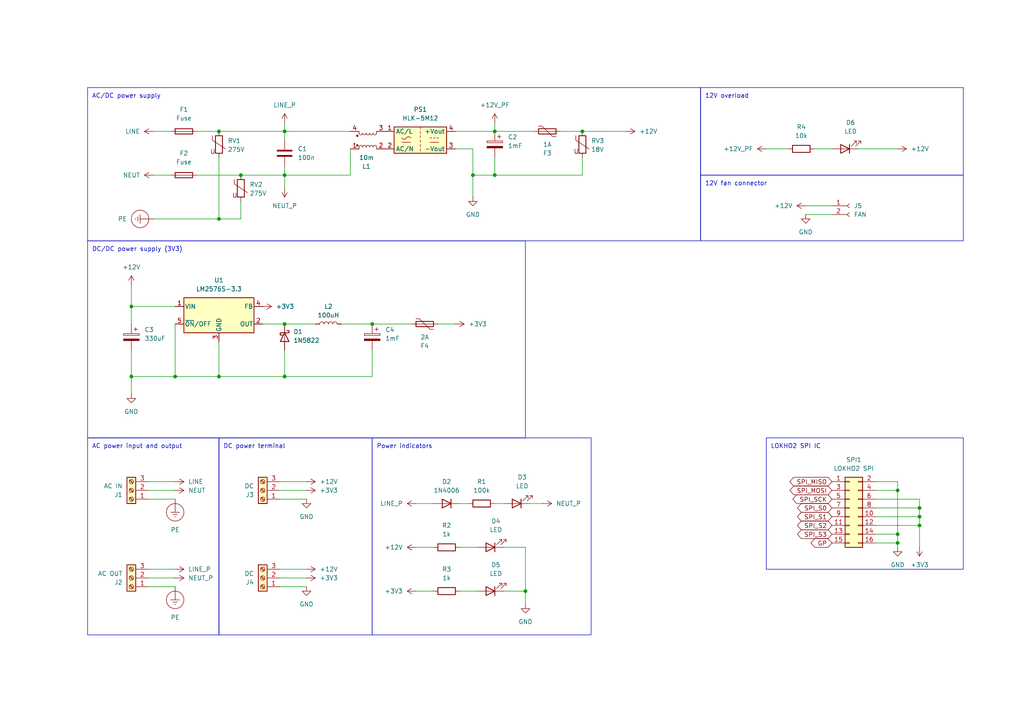
<source format=kicad_sch>
(kicad_sch (version 20250114) (generator "eeschema") (generator_version "9.0")
  (paper "A4")
  (lib_symbols
    (symbol "+12V_1" (power) (pin_numbers (hide yes)) (pin_names (offset 0) (hide yes))
      (property "Value" "+12V" (at 0 3.556 0))
      (symbol "+12V_1_0_1"
        (polyline (pts (xy -0.762 1.27) (xy 0 2.54)))
        (polyline (pts (xy 0 2.54) (xy 0.762 1.27)))
        (polyline (pts (xy 0 0) (xy 0 2.54)))
      )
      (symbol "+12V_1_1_1"
        (pin power_in line (at 0 0 90) (length 0) (name "~") (number "1"))
      )
    )
    (symbol "Connector:Conn_01x02_Socket" (pin_names (offset 1.016) (hide yes))
      (property "Reference" "J" (at 0 2.54 0))
      (property "Value" "Conn_01x02_Socket" (at 0 -5.08 0))
      (symbol "Conn_01x02_Socket_1_1"
        (polyline (pts (xy -1.27 0) (xy -0.508 0)) (stroke (width 0.1524)))
        (polyline (pts (xy -1.27 -2.54) (xy -0.508 -2.54)) (stroke (width 0.1524)))
        (arc (start 0 -0.508) (mid -0.5058 0) (end 0 0.508) (stroke (width 0.1524)))
        (arc (start 0 -3.048) (mid -0.5058 -2.54) (end 0 -2.032) (stroke (width 0.1524)))
        (pin passive line (at -5.08 0 0) (length 3.81) (name "Pin_1") (number "1"))
        (pin passive line (at -5.08 -2.54 0) (length 3.81) (name "Pin_2") (number "2"))
      )
    )
    (symbol "Connector:Screw_Terminal_01x03" (pin_names (offset 1.016) (hide yes))
      (property "Reference" "J" (at 0 5.08 0))
      (property "Value" "Screw_Terminal_01x03" (at 0 -5.08 0))
      (symbol "Screw_Terminal_01x03_1_1"
        (rectangle (start -1.27 3.81) (end 1.27 -3.81) (stroke (width 0.254)) (fill (type background)))
        (polyline (pts (xy -0.5334 2.8702) (xy 0.3302 2.032)) (stroke (width 0.1524)))
        (polyline (pts (xy -0.5334 0.3302) (xy 0.3302 -0.508)) (stroke (width 0.1524)))
        (polyline (pts (xy -0.5334 -2.2098) (xy 0.3302 -3.048)) (stroke (width 0.1524)))
        (polyline (pts (xy -0.3556 3.048) (xy 0.508 2.2098)) (stroke (width 0.1524)))
        (polyline (pts (xy -0.3556 0.508) (xy 0.508 -0.3302)) (stroke (width 0.1524)))
        (polyline (pts (xy -0.3556 -2.032) (xy 0.508 -2.8702)) (stroke (width 0.1524)))
        (circle (center 0 2.54) (radius 0.635) (stroke (width 0.1524)))
        (circle (center 0 0) (radius 0.635) (stroke (width 0.1524)))
        (circle (center 0 -2.54) (radius 0.635) (stroke (width 0.1524)))
        (pin passive line (at -5.08 2.54 0) (length 3.81) (name "Pin_1") (number "1"))
        (pin passive line (at -5.08 0 0) (length 3.81) (name "Pin_2") (number "2"))
        (pin passive line (at -5.08 -2.54 0) (length 3.81) (name "Pin_3") (number "3"))
      )
    )
    (symbol "Connector_Generic:Conn_02x08_Odd_Even" (pin_names (offset 1.016) (hide yes))
      (property "Reference" "J" (at 1.27 10.16 0))
      (property "Value" "Conn_02x08_Odd_Even" (at 1.27 -12.7 0))
      (symbol "Conn_02x08_Odd_Even_1_1"
        (rectangle (start -1.27 8.89) (end 3.81 -11.43) (stroke (width 0.254)) (fill (type background)))
        (rectangle (start -1.27 7.747) (end 0 7.493) (stroke (width 0.1524)))
        (rectangle (start -1.27 5.207) (end 0 4.953) (stroke (width 0.1524)))
        (rectangle (start -1.27 2.667) (end 0 2.413) (stroke (width 0.1524)))
        (rectangle (start -1.27 0.127) (end 0 -0.127) (stroke (width 0.1524)))
        (rectangle (start -1.27 -2.413) (end 0 -2.667) (stroke (width 0.1524)))
        (rectangle (start -1.27 -4.953) (end 0 -5.207) (stroke (width 0.1524)))
        (rectangle (start -1.27 -7.493) (end 0 -7.747) (stroke (width 0.1524)))
        (rectangle (start -1.27 -10.033) (end 0 -10.287) (stroke (width 0.1524)))
        (rectangle (start 3.81 7.747) (end 2.54 7.493) (stroke (width 0.1524)))
        (rectangle (start 3.81 5.207) (end 2.54 4.953) (stroke (width 0.1524)))
        (rectangle (start 3.81 2.667) (end 2.54 2.413) (stroke (width 0.1524)))
        (rectangle (start 3.81 0.127) (end 2.54 -0.127) (stroke (width 0.1524)))
        (rectangle (start 3.81 -2.413) (end 2.54 -2.667) (stroke (width 0.1524)))
        (rectangle (start 3.81 -4.953) (end 2.54 -5.207) (stroke (width 0.1524)))
        (rectangle (start 3.81 -7.493) (end 2.54 -7.747) (stroke (width 0.1524)))
        (rectangle (start 3.81 -10.033) (end 2.54 -10.287) (stroke (width 0.1524)))
        (pin passive line (at -5.08 7.62 0) (length 3.81) (name "Pin_1") (number "1"))
        (pin passive line (at -5.08 5.08 0) (length 3.81) (name "Pin_3") (number "3"))
        (pin passive line (at -5.08 2.54 0) (length 3.81) (name "Pin_5") (number "5"))
        (pin passive line (at -5.08 0 0) (length 3.81) (name "Pin_7") (number "7"))
        (pin passive line (at -5.08 -2.54 0) (length 3.81) (name "Pin_9") (number "9"))
        (pin passive line (at -5.08 -5.08 0) (length 3.81) (name "Pin_11") (number "11"))
        (pin passive line (at -5.08 -7.62 0) (length 3.81) (name "Pin_13") (number "13"))
        (pin passive line (at -5.08 -10.16 0) (length 3.81) (name "Pin_15") (number "15"))
        (pin passive line (at 7.62 7.62 180) (length 3.81) (name "Pin_2") (number "2"))
        (pin passive line (at 7.62 5.08 180) (length 3.81) (name "Pin_4") (number "4"))
        (pin passive line (at 7.62 2.54 180) (length 3.81) (name "Pin_6") (number "6"))
        (pin passive line (at 7.62 0 180) (length 3.81) (name "Pin_8") (number "8"))
        (pin passive line (at 7.62 -2.54 180) (length 3.81) (name "Pin_10") (number "10"))
        (pin passive line (at 7.62 -5.08 180) (length 3.81) (name "Pin_12") (number "12"))
        (pin passive line (at 7.62 -7.62 180) (length 3.81) (name "Pin_14") (number "14"))
        (pin passive line (at 7.62 -10.16 180) (length 3.81) (name "Pin_16") (number "16"))
      )
    )
    (symbol "Converter_ACDC:HLK-5M12"
      (property "Reference" "PS" (at 0 5.08 0))
      (property "Value" "HLK-5M12" (at 0 -5.08 0))
      (symbol "HLK-5M12_0_1"
        (rectangle (start -7.62 3.81) (end 7.62 -3.81) (stroke (width 0.254)) (fill (type background)))
        (polyline (pts (xy -5.334 -0.635) (xy -2.794 -0.635)))
        (arc (start -4.064 0.635) (mid -4.699 0.2495) (end -5.334 0.635))
        (arc (start -4.064 0.635) (mid -3.429 1.0072) (end -2.794 0.635))
        (polyline (pts (xy 0 3.81) (xy 0 3.175)))
        (polyline (pts (xy 0 2.54) (xy 0 1.905)))
        (polyline (pts (xy 0 1.27) (xy 0 0.635)))
        (polyline (pts (xy 0 0) (xy 0 -0.635)))
        (polyline (pts (xy 0 -1.27) (xy 0 -1.905)))
        (polyline (pts (xy 0 -2.54) (xy 0 -3.175)))
        (polyline (pts (xy 2.794 0.635) (xy 3.302 0.635)))
        (polyline (pts (xy 2.794 -0.635) (xy 5.334 -0.635)))
        (polyline (pts (xy 3.81 0.635) (xy 4.318 0.635)))
        (polyline (pts (xy 4.826 0.635) (xy 5.334 0.635)))
      )
      (symbol "HLK-5M12_1_1"
        (pin power_in line (at -10.16 2.54 0) (length 2.54) (name "AC/L") (number "1"))
        (pin power_in line (at -10.16 -2.54 0) (length 2.54) (name "AC/N") (number "2"))
        (pin power_out line (at 10.16 2.54 180) (length 2.54) (name "+Vout") (number "4"))
        (pin power_out line (at 10.16 -2.54 180) (length 2.54) (name "-Vout") (number "3"))
      )
    )
    (symbol "Device:C" (pin_numbers (hide yes)) (pin_names (offset 0.254))
      (property "Reference" "C" (at 0.635 2.54 0))
      (property "Value" "C" (at 0.635 -2.54 0))
      (symbol "C_0_1"
        (polyline (pts (xy -2.032 0.762) (xy 2.032 0.762)) (stroke (width 0.508)))
        (polyline (pts (xy -2.032 -0.762) (xy 2.032 -0.762)) (stroke (width 0.508)))
      )
      (symbol "C_1_1"
        (pin passive line (at 0 3.81 270) (length 2.794) (name "~") (number "1"))
        (pin passive line (at 0 -3.81 90) (length 2.794) (name "~") (number "2"))
      )
    )
    (symbol "Device:C_Polarized" (pin_numbers (hide yes)) (pin_names (offset 0.254))
      (property "Reference" "C" (at 0.635 2.54 0))
      (property "Value" "C_Polarized" (at 0.635 -2.54 0))
      (symbol "C_Polarized_0_1"
        (rectangle (start -2.286 0.508) (end 2.286 1.016))
        (polyline (pts (xy -1.778 2.286) (xy -0.762 2.286)))
        (polyline (pts (xy -1.27 2.794) (xy -1.27 1.778)))
        (rectangle (start 2.286 -0.508) (end -2.286 -1.016) (fill (type outline)))
      )
      (symbol "C_Polarized_1_1"
        (pin passive line (at 0 3.81 270) (length 2.794) (name "~") (number "1"))
        (pin passive line (at 0 -3.81 90) (length 2.794) (name "~") (number "2"))
      )
    )
    (symbol "Device:Fuse" (pin_numbers (hide yes)) (pin_names (offset 0))
      (property "Reference" "F" (at 2.032 0 90))
      (property "Value" "Fuse" (at -1.905 0 90))
      (symbol "Fuse_0_1"
        (rectangle (start -0.762 -2.54) (end 0.762 2.54) (stroke (width 0.254)))
        (polyline (pts (xy 0 2.54) (xy 0 -2.54)))
      )
      (symbol "Fuse_1_1"
        (pin passive line (at 0 3.81 270) (length 1.27) (name "~") (number "1"))
        (pin passive line (at 0 -3.81 90) (length 1.27) (name "~") (number "2"))
      )
    )
    (symbol "Device:L" (pin_numbers (hide yes)) (pin_names (offset 1.016) (hide yes))
      (property "Reference" "L" (at -1.27 0 90))
      (property "Value" "L" (at 1.905 0 90))
      (symbol "L_0_1"
        (arc (start 0 2.54) (mid 0.6323 1.905) (end 0 1.27))
        (arc (start 0 1.27) (mid 0.6323 0.635) (end 0 0))
        (arc (start 0 0) (mid 0.6323 -0.635) (end 0 -1.27))
        (arc (start 0 -1.27) (mid 0.6323 -1.905) (end 0 -2.54))
      )
      (symbol "L_1_1"
        (pin passive line (at 0 3.81 270) (length 1.27) (name "1") (number "1"))
        (pin passive line (at 0 -3.81 90) (length 1.27) (name "2") (number "2"))
      )
    )
    (symbol "Device:LED" (pin_numbers (hide yes)) (pin_names (offset 1.016) (hide yes))
      (property "Reference" "D" (at 0 2.54 0))
      (property "Value" "LED" (at 0 -2.54 0))
      (symbol "LED_0_1"
        (polyline (pts (xy -3.048 -0.762) (xy -4.572 -2.286) (xy -3.81 -2.286) (xy -4.572 -2.286) (xy -4.572 -1.524)))
        (polyline (pts (xy -1.778 -0.762) (xy -3.302 -2.286) (xy -2.54 -2.286) (xy -3.302 -2.286) (xy -3.302 -1.524)))
        (polyline (pts (xy -1.27 0) (xy 1.27 0)))
        (polyline (pts (xy -1.27 -1.27) (xy -1.27 1.27)) (stroke (width 0.254)))
        (polyline (pts (xy 1.27 -1.27) (xy 1.27 1.27) (xy -1.27 0) (xy 1.27 -1.27)) (stroke (width 0.254)))
      )
      (symbol "LED_1_1"
        (pin passive line (at -3.81 0 0) (length 2.54) (name "K") (number "1"))
        (pin passive line (at 3.81 0 180) (length 2.54) (name "A") (number "2"))
      )
    )
    (symbol "Device:L_Coupled_1243" (pin_names (offset 0.254) (hide yes))
      (property "Reference" "L" (at 0 4.445 0))
      (property "Value" "L_Coupled_1243" (at 0 -4.445 0))
      (symbol "L_Coupled_1243_0_1"
        (circle (center -3.048 1.524) (radius 0.254) (fill (type outline)))
        (circle (center -3.048 -1.27) (radius 0.254) (fill (type outline)))
        (polyline (pts (xy -2.54 2.032) (xy -2.54 2.54)))
        (polyline (pts (xy -2.54 -2.032) (xy -2.54 -2.54)))
        (arc (start -1.524 2.032) (mid -2.032 1.5262) (end -2.54 2.032))
        (arc (start -2.54 -2.032) (mid -2.032 -1.5262) (end -1.524 -2.032))
        (arc (start -0.508 2.032) (mid -1.016 1.5262) (end -1.524 2.032))
        (arc (start -1.524 -2.032) (mid -1.016 -1.5262) (end -0.508 -2.032))
        (arc (start 0.508 2.032) (mid 0 1.5262) (end -0.508 2.032))
        (arc (start -0.508 -2.032) (mid 0 -1.5262) (end 0.508 -2.032))
        (arc (start 1.524 2.032) (mid 1.016 1.5262) (end 0.508 2.032))
        (arc (start 0.508 -2.032) (mid 1.016 -1.5262) (end 1.524 -2.032))
        (arc (start 2.54 2.032) (mid 2.032 1.5262) (end 1.524 2.032))
        (arc (start 1.524 -2.032) (mid 2.032 -1.5262) (end 2.54 -2.032))
        (polyline (pts (xy 2.54 2.54) (xy 2.54 2.032)))
        (polyline (pts (xy 2.54 -2.032) (xy 2.54 -2.54)))
      )
      (symbol "L_Coupled_1243_1_1"
        (pin passive line (at -5.08 2.54 0) (length 2.54) (name "1") (number "1"))
        (pin passive line (at -5.08 -2.54 0) (length 2.54) (name "4") (number "4"))
        (pin passive line (at 5.08 2.54 180) (length 2.54) (name "2") (number "2"))
        (pin passive line (at 5.08 -2.54 180) (length 2.54) (name "3") (number "3"))
      )
    )
    (symbol "Device:Polyfuse" (pin_numbers (hide yes)) (pin_names (offset 0))
      (property "Reference" "F" (at -2.54 0 90))
      (property "Value" "Polyfuse" (at 2.54 0 90))
      (symbol "Polyfuse_0_1"
        (polyline (pts (xy -1.524 2.54) (xy -1.524 1.524) (xy 1.524 -1.524) (xy 1.524 -2.54)))
        (rectangle (start -0.762 2.54) (end 0.762 -2.54) (stroke (width 0.254)))
        (polyline (pts (xy 0 2.54) (xy 0 -2.54)))
      )
      (symbol "Polyfuse_1_1"
        (pin passive line (at 0 3.81 270) (length 1.27) (name "~") (number "1"))
        (pin passive line (at 0 -3.81 90) (length 1.27) (name "~") (number "2"))
      )
    )
    (symbol "Device:R" (pin_numbers (hide yes)) (pin_names (offset 0))
      (property "Reference" "R" (at 2.032 0 90))
      (property "Value" "R" (at 0 0 90))
      (symbol "R_0_1"
        (rectangle (start -1.016 -2.54) (end 1.016 2.54) (stroke (width 0.254)))
      )
      (symbol "R_1_1"
        (pin passive line (at 0 3.81 270) (length 1.27) (name "~") (number "1"))
        (pin passive line (at 0 -3.81 90) (length 1.27) (name "~") (number "2"))
      )
    )
    (symbol "Device:Varistor" (pin_numbers (hide yes)) (pin_names (offset 0))
      (property "Reference" "RV" (at 3.175 0 90))
      (property "Value" "Varistor" (at -3.175 0 90))
      (symbol "Varistor_0_0"
        (text "U" (at -1.778 -2.032 0) (effects (font (size 1.27 1.27))))
      )
      (symbol "Varistor_0_1"
        (polyline (pts (xy -1.905 2.54) (xy -1.905 1.27) (xy 1.905 -1.27)))
        (rectangle (start -1.016 -2.54) (end 1.016 2.54) (stroke (width 0.254)))
      )
      (symbol "Varistor_1_1"
        (pin passive line (at 0 3.81 270) (length 1.27) (name "~") (number "1"))
        (pin passive line (at 0 -3.81 90) (length 1.27) (name "~") (number "2"))
      )
    )
    (symbol "Diode:1N4006" (pin_numbers (hide yes)) (pin_names (hide yes))
      (property "Reference" "D" (at 0 2.54 0))
      (property "Value" "1N4006" (at 0 -2.54 0))
      (symbol "1N4006_0_1"
        (polyline (pts (xy -1.27 1.27) (xy -1.27 -1.27)) (stroke (width 0.254)))
        (polyline (pts (xy 1.27 1.27) (xy 1.27 -1.27) (xy -1.27 0) (xy 1.27 1.27)) (stroke (width 0.254)))
        (polyline (pts (xy 1.27 0) (xy -1.27 0)))
      )
      (symbol "1N4006_1_1"
        (pin passive line (at -3.81 0 0) (length 2.54) (name "K") (number "1"))
        (pin passive line (at 3.81 0 180) (length 2.54) (name "A") (number "2"))
      )
    )
    (symbol "Diode:1N5822" (pin_numbers (hide yes)) (pin_names (offset 1.016) (hide yes))
      (property "Reference" "D" (at 0 2.54 0))
      (property "Value" "1N5822" (at 0 -2.54 0))
      (symbol "1N5822_0_1"
        (polyline (pts (xy -1.905 0.635) (xy -1.905 1.27) (xy -1.27 1.27) (xy -1.27 -1.27) (xy -0.635 -1.27) (xy -0.635 -0.635)) (stroke (width 0.254)))
        (polyline (pts (xy 1.27 1.27) (xy 1.27 -1.27) (xy -1.27 0) (xy 1.27 1.27)) (stroke (width 0.254)))
        (polyline (pts (xy 1.27 0) (xy -1.27 0)))
      )
      (symbol "1N5822_1_1"
        (pin passive line (at -3.81 0 0) (length 2.54) (name "K") (number "1"))
        (pin passive line (at 3.81 0 180) (length 2.54) (name "A") (number "2"))
      )
    )
    (symbol "Regulator_Switching:LM2576S-3.3" (pin_names (offset 0.254))
      (property "Reference" "U" (at -10.16 6.35 0))
      (property "Value" "LM2576S-3.3" (at 0 6.35 0))
      (symbol "LM2576S-3.3_0_1"
        (rectangle (start -10.16 5.08) (end 10.16 -5.08) (stroke (width 0.254)) (fill (type background)))
      )
      (symbol "LM2576S-3.3_1_1"
        (pin power_in line (at -12.7 2.54 0) (length 2.54) (name "VIN") (number "1"))
        (pin input line (at -12.7 -2.54 0) (length 2.54) (name "~{ON}/OFF") (number "5"))
        (pin power_in line (at 0 -7.62 90) (length 2.54) (name "GND") (number "3"))
        (pin input line (at 12.7 2.54 180) (length 2.54) (name "FB") (number "4"))
        (pin output line (at 12.7 -2.54 180) (length 2.54) (name "OUT") (number "2"))
      )
    )
    (symbol "power:+12V" (power) (pin_numbers (hide yes)) (pin_names (offset 0) (hide yes))
      (property "Value" "+12V" (at 0 3.556 0))
      (symbol "+12V_0_1"
        (polyline (pts (xy -0.762 1.27) (xy 0 2.54)))
        (polyline (pts (xy 0 2.54) (xy 0.762 1.27)))
        (polyline (pts (xy 0 0) (xy 0 2.54)))
      )
      (symbol "+12V_1_1"
        (pin power_in line (at 0 0 90) (length 0) (name "~") (number "1"))
      )
    )
    (symbol "power:+24V" (power) (pin_numbers (hide yes)) (pin_names (offset 0) (hide yes))
      (property "Value" "+24V" (at 0 3.556 0))
      (symbol "+24V_0_1"
        (polyline (pts (xy -0.762 1.27) (xy 0 2.54)))
        (polyline (pts (xy 0 2.54) (xy 0.762 1.27)))
        (polyline (pts (xy 0 0) (xy 0 2.54)))
      )
      (symbol "+24V_1_1"
        (pin power_in line (at 0 0 90) (length 0) (name "~") (number "1"))
      )
    )
    (symbol "power:+3V3" (power) (pin_numbers (hide yes)) (pin_names (offset 0) (hide yes))
      (property "Value" "+3V3" (at 0 3.556 0))
      (symbol "+3V3_0_1"
        (polyline (pts (xy -0.762 1.27) (xy 0 2.54)))
        (polyline (pts (xy 0 2.54) (xy 0.762 1.27)))
        (polyline (pts (xy 0 0) (xy 0 2.54)))
      )
      (symbol "+3V3_1_1"
        (pin power_in line (at 0 0 90) (length 0) (name "~") (number "1"))
      )
    )
    (symbol "power:Earth_Protective" (power) (pin_numbers (hide yes)) (pin_names (offset 0) (hide yes))
      (property "Value" "Earth_Protective" (at 0 -7.62 0))
      (symbol "Earth_Protective_0_1"
        (polyline (pts (xy -0.635 -4.445) (xy 0.635 -4.445)))
        (polyline (pts (xy -0.127 -5.08) (xy 0.127 -5.08)))
        (polyline (pts (xy 0 -3.81) (xy 0 0)))
        (circle (center 0 -3.81) (radius 2.54))
        (polyline (pts (xy 1.27 -3.81) (xy -1.27 -3.81)))
      )
      (symbol "Earth_Protective_1_1"
        (pin power_in line (at 0 0 270) (length 0) (name "~") (number "1"))
      )
    )
    (symbol "power:GND" (power) (pin_numbers (hide yes)) (pin_names (offset 0) (hide yes))
      (property "Value" "GND" (at 0 -3.81 0))
      (symbol "GND_0_1"
        (polyline (pts (xy 0 0) (xy 0 -1.27) (xy 1.27 -1.27) (xy 0 -2.54) (xy -1.27 -1.27) (xy 0 -1.27)))
      )
      (symbol "GND_1_1"
        (pin power_in line (at 0 0 270) (length 0) (name "~") (number "1"))
      )
    )
    (symbol "power:LINE" (power) (pin_numbers (hide yes)) (pin_names (offset 0) (hide yes))
      (property "Value" "LINE" (at 0 3.556 0))
      (symbol "LINE_0_1"
        (polyline (pts (xy -0.762 1.27) (xy 0 2.54)))
        (polyline (pts (xy 0 2.54) (xy 0.762 1.27)))
        (polyline (pts (xy 0 0) (xy 0 2.54)))
      )
      (symbol "LINE_1_1"
        (pin power_in line (at 0 0 90) (length 0) (name "~") (number "1"))
      )
    )
    (symbol "power:NEUT" (power) (pin_numbers (hide yes)) (pin_names (offset 0) (hide yes))
      (property "Value" "NEUT" (at 0 3.556 0))
      (symbol "NEUT_0_1"
        (polyline (pts (xy -0.762 1.27) (xy 0 2.54)))
        (polyline (pts (xy 0 2.54) (xy 0.762 1.27)))
        (polyline (pts (xy 0 0) (xy 0 2.54)))
      )
      (symbol "NEUT_1_1"
        (pin power_in line (at 0 0 90) (length 0) (name "~") (number "1"))
      )
    )
  )
  (rectangle (start 25.4 25.4) (end 203.2 69.85))
  (rectangle (start 222.25 127) (end 279.4 165.1))
  (rectangle (start 25.4 127) (end 63.5 184.15))
  (rectangle (start 107.95 127) (end 171.45 184.15))
  (rectangle (start 203.2 50.8) (end 279.4 69.85))
  (rectangle (start 25.4 69.85) (end 152.4 127))
  (rectangle (start 203.2 25.4) (end 279.4 50.8))
  (rectangle (start 63.5 127) (end 107.95 184.15))
  (text "DC power terminal" (at 64.77 129.54 0) (effects (font (size 1.27 1.27)) (justify left)))
  (text "12V fan connector" (at 204.47 53.34 0) (effects (font (size 1.27 1.27)) (justify left)))
  (text "DC/DC power supply (3V3)" (at 26.67 72.39 0) (effects (font (size 1.27 1.27)) (justify left)))
  (text "AC/DC power supply" (at 26.67 27.94 0) (effects (font (size 1.27 1.27)) (justify left)))
  (text "AC power input and output" (at 26.67 129.54 0) (effects (font (size 1.27 1.27)) (justify left)))
  (text "LOKHO2 SPI IC" (at 223.52 129.54 0) (effects (font (size 1.27 1.27)) (justify left)))
  (text "Power indicators" (at 109.22 129.54 0) (effects (font (size 1.27 1.27)) (justify left)))
  (text "12V overload" (at 204.47 27.94 0) (effects (font (size 1.27 1.27)) (justify left)))
  (junction (at 63.5 109.22))
  (junction (at 143.51 38.1))
  (junction (at 152.4 171.45))
  (junction (at 82.55 50.8))
  (junction (at 63.5 38.1))
  (junction (at 63.5 63.5))
  (junction (at 260.35 154.94))
  (junction (at 260.35 157.48))
  (junction (at 143.51 50.8))
  (junction (at 50.8 109.22))
  (junction (at 266.7 147.32))
  (junction (at 69.85 50.8))
  (junction (at 38.1 109.22))
  (junction (at 38.1 88.9))
  (junction (at 266.7 149.86))
  (junction (at 260.35 142.24))
  (junction (at 168.91 38.1))
  (junction (at 82.55 109.22))
  (junction (at 137.16 50.8))
  (junction (at 107.95 93.98))
  (junction (at 82.55 38.1))
  (junction (at 82.55 93.98))
  (junction (at 266.7 152.4))
  (wire (pts (xy 63.5 63.5) (xy 69.85 63.5)))
  (wire (pts (xy 38.1 88.9) (xy 38.1 93.98)))
  (wire (pts (xy 233.68 62.23) (xy 241.3 62.23)))
  (wire (pts (xy 81.28 170.18) (xy 88.9 170.18)))
  (wire (pts (xy 81.28 142.24) (xy 88.9 142.24)))
  (wire (pts (xy 254 152.4) (xy 266.7 152.4)))
  (wire (pts (xy 38.1 101.6) (xy 38.1 109.22)))
  (wire (pts (xy 63.5 45.72) (xy 63.5 63.5)))
  (wire (pts (xy 57.15 38.1) (xy 63.5 38.1)))
  (wire (pts (xy 101.6 43.18) (xy 101.6 50.8)))
  (wire (pts (xy 99.06 93.98) (xy 107.95 93.98)))
  (wire (pts (xy 81.28 144.78) (xy 88.9 144.78)))
  (wire (pts (xy 38.1 88.9) (xy 50.8 88.9)))
  (wire (pts (xy 152.4 158.75) (xy 152.4 171.45)))
  (wire (pts (xy 143.51 45.72) (xy 143.51 50.8)))
  (wire (pts (xy 168.91 45.72) (xy 168.91 50.8)))
  (wire (pts (xy 38.1 109.22) (xy 38.1 114.3)))
  (wire (pts (xy 133.35 146.05) (xy 135.89 146.05)))
  (wire (pts (xy 254 149.86) (xy 266.7 149.86)))
  (wire (pts (xy 254 139.7) (xy 260.35 139.7)))
  (wire (pts (xy 43.18 170.18) (xy 50.8 170.18)))
  (wire (pts (xy 222.25 43.18) (xy 228.6 43.18)))
  (wire (pts (xy 107.95 101.6) (xy 107.95 109.22)))
  (wire (pts (xy 254 142.24) (xy 260.35 142.24)))
  (wire (pts (xy 82.55 48.26) (xy 82.55 50.8)))
  (wire (pts (xy 81.28 139.7) (xy 88.9 139.7)))
  (wire (pts (xy 260.35 154.94) (xy 260.35 157.48)))
  (wire (pts (xy 44.45 38.1) (xy 49.53 38.1)))
  (wire (pts (xy 254 154.94) (xy 260.35 154.94)))
  (wire (pts (xy 162.56 38.1) (xy 168.91 38.1)))
  (wire (pts (xy 120.65 171.45) (xy 125.73 171.45)))
  (wire (pts (xy 107.95 93.98) (xy 119.38 93.98)))
  (wire (pts (xy 248.92 43.18) (xy 260.35 43.18)))
  (wire (pts (xy 82.55 38.1) (xy 101.6 38.1)))
  (wire (pts (xy 143.51 38.1) (xy 154.94 38.1)))
  (wire (pts (xy 82.55 101.6) (xy 82.55 109.22)))
  (wire (pts (xy 81.28 165.1) (xy 88.9 165.1)))
  (wire (pts (xy 43.18 144.78) (xy 50.8 144.78)))
  (wire (pts (xy 82.55 109.22) (xy 63.5 109.22)))
  (wire (pts (xy 127 93.98) (xy 132.08 93.98)))
  (wire (pts (xy 143.51 35.56) (xy 143.51 38.1)))
  (wire (pts (xy 120.65 158.75) (xy 125.73 158.75)))
  (wire (pts (xy 82.55 40.64) (xy 82.55 38.1)))
  (wire (pts (xy 101.6 50.8) (xy 82.55 50.8)))
  (wire (pts (xy 43.18 167.64) (xy 50.8 167.64)))
  (wire (pts (xy 132.08 38.1) (xy 143.51 38.1)))
  (wire (pts (xy 82.55 93.98) (xy 91.44 93.98)))
  (wire (pts (xy 152.4 175.26) (xy 152.4 171.45)))
  (wire (pts (xy 153.67 146.05) (xy 157.48 146.05)))
  (wire (pts (xy 266.7 158.75) (xy 266.7 152.4)))
  (wire (pts (xy 260.35 139.7) (xy 260.35 142.24)))
  (wire (pts (xy 168.91 38.1) (xy 181.61 38.1)))
  (wire (pts (xy 260.35 157.48) (xy 254 157.48)))
  (wire (pts (xy 63.5 99.06) (xy 63.5 109.22)))
  (wire (pts (xy 43.18 165.1) (xy 50.8 165.1)))
  (wire (pts (xy 143.51 146.05) (xy 146.05 146.05)))
  (wire (pts (xy 81.28 167.64) (xy 88.9 167.64)))
  (wire (pts (xy 233.68 59.69) (xy 241.3 59.69)))
  (wire (pts (xy 146.05 158.75) (xy 152.4 158.75)))
  (wire (pts (xy 120.65 146.05) (xy 125.73 146.05)))
  (wire (pts (xy 266.7 147.32) (xy 266.7 149.86)))
  (wire (pts (xy 236.22 43.18) (xy 241.3 43.18)))
  (wire (pts (xy 266.7 144.78) (xy 266.7 147.32)))
  (wire (pts (xy 254 147.32) (xy 266.7 147.32)))
  (wire (pts (xy 57.15 50.8) (xy 69.85 50.8)))
  (wire (pts (xy 44.45 63.5) (xy 63.5 63.5)))
  (wire (pts (xy 132.08 43.18) (xy 137.16 43.18)))
  (wire (pts (xy 82.55 50.8) (xy 82.55 54.61)))
  (wire (pts (xy 43.18 142.24) (xy 50.8 142.24)))
  (wire (pts (xy 152.4 171.45) (xy 146.05 171.45)))
  (wire (pts (xy 260.35 158.75) (xy 260.35 157.48)))
  (wire (pts (xy 50.8 93.98) (xy 50.8 109.22)))
  (wire (pts (xy 44.45 50.8) (xy 49.53 50.8)))
  (wire (pts (xy 133.35 158.75) (xy 138.43 158.75)))
  (wire (pts (xy 107.95 109.22) (xy 82.55 109.22)))
  (wire (pts (xy 137.16 50.8) (xy 137.16 57.15)))
  (wire (pts (xy 63.5 109.22) (xy 50.8 109.22)))
  (wire (pts (xy 260.35 142.24) (xy 260.35 154.94)))
  (wire (pts (xy 133.35 171.45) (xy 138.43 171.45)))
  (wire (pts (xy 82.55 50.8) (xy 69.85 50.8)))
  (wire (pts (xy 82.55 38.1) (xy 63.5 38.1)))
  (wire (pts (xy 38.1 82.55) (xy 38.1 88.9)))
  (wire (pts (xy 43.18 139.7) (xy 50.8 139.7)))
  (wire (pts (xy 50.8 109.22) (xy 38.1 109.22)))
  (wire (pts (xy 143.51 50.8) (xy 137.16 50.8)))
  (wire (pts (xy 69.85 63.5) (xy 69.85 58.42)))
  (wire (pts (xy 137.16 43.18) (xy 137.16 50.8)))
  (wire (pts (xy 266.7 152.4) (xy 266.7 149.86)))
  (wire (pts (xy 168.91 50.8) (xy 143.51 50.8)))
  (wire (pts (xy 76.2 93.98) (xy 82.55 93.98)))
  (wire (pts (xy 82.55 35.56) (xy 82.55 38.1)))
  (wire (pts (xy 254 144.78) (xy 266.7 144.78)))
  (global_label "SPI_S3" (shape bidirectional) (at 241.3 154.94 180) (property "Intersheetrefs" "${INTERSHEET_REFS}" (effects (hide yes))))
  (global_label "SPI_MISO" (shape bidirectional) (at 241.3 139.7 180) (property "Intersheetrefs" "${INTERSHEET_REFS}" (effects (hide yes))))
  (global_label "SPI_MOSI" (shape bidirectional) (at 241.3 142.24 180) (property "Intersheetrefs" "${INTERSHEET_REFS}" (effects (hide yes))))
  (global_label "SPI_SCK" (shape bidirectional) (at 241.3 144.78 180) (property "Intersheetrefs" "${INTERSHEET_REFS}" (effects (hide yes))))
  (global_label "SPI_S1" (shape bidirectional) (at 241.3 149.86 180) (property "Intersheetrefs" "${INTERSHEET_REFS}" (effects (hide yes))))
  (global_label "GP" (shape bidirectional) (at 241.3 157.48 180) (property "Intersheetrefs" "${INTERSHEET_REFS}" (effects (hide yes))))
  (global_label "SPI_S0" (shape bidirectional) (at 241.3 147.32 180) (property "Intersheetrefs" "${INTERSHEET_REFS}" (effects (hide yes))))
  (global_label "SPI_S2" (shape bidirectional) (at 241.3 152.4 180) (property "Intersheetrefs" "${INTERSHEET_REFS}" (effects (hide yes))))
  (symbol (lib_id "power:LINE") (at 120.65 146.05 90) (unit 1)
    (property "Reference" "#PWR016" (effects (hide yes)))
    (property "Value" "LINE_P" (at 116.84 146.0499 90) (effects (justify left)))
    (property "Description" "Power symbol creates a global label with name \"LINE\"" (effects (hide yes)))
  )
  (symbol (lib_id "power:GND") (at 233.68 62.23 0) (unit 1)
    (property "Reference" "#PWR027" (effects (hide yes)))
    (property "Value" "GND" (at 233.68 67.31 0))
    (property "Description" "Power symbol creates a global label with name \"GND\" , ground" (effects (hide yes)))
  )
  (symbol (lib_id "Device:R") (at 232.41 43.18 90) (unit 1)
    (property "Reference" "R4" (at 232.41 36.83 90))
    (property "Value" "10k" (at 232.41 39.37 90))
    (property "Footprint" "Resistor_THT:R_Axial_DIN0204_L3.6mm_D1.6mm_P7.62mm_Horizontal" (effects (hide yes)))
    (property "Description" "Resistor" (effects (hide yes)))
  )
  (symbol (lib_id "Connector:Screw_Terminal_01x03") (at 38.1 167.64 180) (unit 1)
    (property "Reference" "J2" (at 35.56 168.9101 0) (effects (justify left)))
    (property "Value" "AC OUT" (at 35.56 166.3701 0) (effects (justify left)))
    (property "Footprint" "TerminalBlock_4Ucon:TerminalBlock_4Ucon_1x03_P3.50mm_Horizontal" (effects (hide yes)))
    (property "Description" "Generic screw terminal, single row, 01x03, script generated (kicad-library-utils/schlib/autogen/connector/)" (effects (hide yes)))
  )
  (symbol (lib_id "power:LINE") (at 50.8 139.7 270) (unit 1)
    (property "Reference" "#PWR01" (effects (hide yes)))
    (property "Value" "LINE" (at 54.61 139.6999 90) (effects (justify left)))
    (property "Description" "Power symbol creates a global label with name \"LINE\"" (effects (hide yes)))
  )
  (symbol (lib_id "Device:LED") (at 142.24 158.75 180) (unit 1)
    (property "Reference" "D4" (at 143.8275 151.13 0))
    (property "Value" "LED" (at 143.8275 153.67 0))
    (property "Footprint" "LED_THT:LED_D3.0mm_Horizontal_O1.27mm_Z2.0mm" (effects (hide yes)))
    (property "Description" "Light emitting diode" (effects (hide yes)))
    (property "Sim.Pins" "1=K 2=A" (effects (hide yes)))
  )
  (symbol (lib_id "Device:LED") (at 142.24 171.45 180) (unit 1)
    (property "Reference" "D5" (at 143.8275 163.83 0))
    (property "Value" "LED" (at 143.8275 166.37 0))
    (property "Footprint" "LED_THT:LED_D3.0mm_Horizontal_O1.27mm_Z2.0mm" (effects (hide yes)))
    (property "Description" "Light emitting diode" (effects (hide yes)))
    (property "Sim.Pins" "1=K 2=A" (effects (hide yes)))
  )
  (symbol (lib_id "Connector:Screw_Terminal_01x03") (at 38.1 142.24 180) (unit 1)
    (property "Reference" "J1" (at 35.56 143.5101 0) (effects (justify left)))
    (property "Value" "AC IN" (at 35.56 140.9701 0) (effects (justify left)))
    (property "Footprint" "TerminalBlock_4Ucon:TerminalBlock_4Ucon_1x03_P3.50mm_Horizontal" (effects (hide yes)))
    (property "Description" "Generic screw terminal, single row, 01x03, script generated (kicad-library-utils/schlib/autogen/connector/)" (effects (hide yes)))
  )
  (symbol (lib_id "Device:C") (at 82.55 44.45 0) (unit 1)
    (property "Reference" "C1" (at 86.36 43.1799 0) (effects (justify left)))
    (property "Value" "100n" (at 86.36 45.7199 0) (effects (justify left)))
    (property "Footprint" "Capacitor_THT:C_Rect_L11.5mm_W6.9mm_P10.00mm_MKT" (effects (hide yes)))
    (property "Description" "Unpolarized capacitor" (effects (hide yes)))
  )
  (symbol (lib_id "power:Earth_Protective") (at 50.8 144.78 0) (unit 1)
    (property "Reference" "#PWR04" (effects (hide yes)))
    (property "Value" "PE" (at 50.8 153.67 0))
    (property "Description" "Power symbol creates a global label with name \"Earth_Protective\"" (effects (hide yes)))
  )
  (symbol (lib_name "+12V_1") (lib_id "power:+12V") (at 88.9 165.1 270) (unit 1)
    (property "Reference" "#PWR013" (effects (hide yes)))
    (property "Value" "+12V" (at 92.71 165.0999 90) (effects (justify left)))
    (property "Description" "Power symbol creates a global label with name \"+12V\"" (effects (hide yes)))
  )
  (symbol (lib_id "Device:C_Polarized") (at 143.51 41.91 0) (mirror y) (unit 1)
    (property "Reference" "C2" (at 147.32 39.7509 0) (effects (justify right)))
    (property "Value" "1mF" (at 147.32 42.2909 0) (effects (justify right)))
    (property "Footprint" "Capacitor_THT:CP_Radial_D10.0mm_P5.00mm" (effects (hide yes)))
    (property "Description" "Polarized capacitor" (effects (hide yes)))
  )
  (symbol (lib_id "power:NEUT") (at 50.8 142.24 270) (unit 1)
    (property "Reference" "#PWR03" (effects (hide yes)))
    (property "Value" "NEUT" (at 54.61 142.2399 90) (effects (justify left)))
    (property "Description" "Power symbol creates a global label with name \"NEUT\"" (effects (hide yes)))
  )
  (symbol (lib_name "+12V_1") (lib_id "power:+12V") (at 181.61 38.1 270) (unit 1)
    (property "Reference" "#PWR0108" (effects (hide yes)))
    (property "Value" "+12V" (at 185.42 38.0999 90) (effects (justify left)))
    (property "Description" "Power symbol creates a global label with name \"+12V\"" (effects (hide yes)))
  )
  (symbol (lib_id "power:NEUT") (at 44.45 50.8 90) (unit 1)
    (property "Reference" "#PWR0101" (effects (hide yes)))
    (property "Value" "NEUT" (at 40.64 50.7999 90) (effects (justify left)))
    (property "Description" "Power symbol creates a global label with name \"NEUT\"" (effects (hide yes)))
  )
  (symbol (lib_id "power:+3V3") (at 88.9 142.24 270) (unit 1)
    (property "Reference" "#PWR06" (effects (hide yes)))
    (property "Value" "+3V3" (at 92.71 142.2399 90) (effects (justify left)))
    (property "Description" "Power symbol creates a global label with name \"+3V3\"" (effects (hide yes)))
  )
  (symbol (lib_name "+12V_1") (lib_id "power:+12V") (at 88.9 139.7 270) (unit 1)
    (property "Reference" "#PWR05" (effects (hide yes)))
    (property "Value" "+12V" (at 92.71 139.6999 90) (effects (justify left)))
    (property "Description" "Power symbol creates a global label with name \"+12V\"" (effects (hide yes)))
  )
  (symbol (lib_id "Device:R") (at 129.54 158.75 90) (unit 1)
    (property "Reference" "R2" (at 129.54 152.4 90))
    (property "Value" "1k" (at 129.54 154.94 90))
    (property "Footprint" "Resistor_THT:R_Axial_DIN0204_L3.6mm_D1.6mm_P7.62mm_Horizontal" (effects (hide yes)))
    (property "Description" "Resistor" (effects (hide yes)))
  )
  (symbol (lib_name "+12V_1") (lib_id "power:+12V") (at 260.35 43.18 270) (unit 1)
    (property "Reference" "#PWR023" (effects (hide yes)))
    (property "Value" "+12V" (at 264.16 43.1799 90) (effects (justify left)))
    (property "Description" "Power symbol creates a global label with name \"+12V\"" (effects (hide yes)))
  )
  (symbol (lib_id "power:+12V") (at 222.25 43.18 90) (unit 1)
    (property "Reference" "#PWR022" (effects (hide yes)))
    (property "Value" "+12V_PF" (at 218.44 43.1799 90) (effects (justify left)))
    (property "Description" "Power symbol creates a global label with name \"+12V\"" (effects (hide yes)))
  )
  (symbol (lib_id "Device:Varistor") (at 69.85 54.61 0) (unit 1)
    (property "Reference" "RV2" (at 72.39 53.5332 0) (effects (justify left)))
    (property "Value" "275V" (at 72.39 56.0732 0) (effects (justify left)))
    (property "Footprint" "Varistor:RV_Disc_D21.5mm_W4.3mm_P10mm" (effects (hide yes)))
    (property "Description" "Voltage dependent resistor" (effects (hide yes)))
    (property "Sim.Name" "kicad_builtin_varistor" (effects (hide yes)))
    (property "Sim.Device" "SUBCKT" (effects (hide yes)))
    (property "Sim.Pins" "1=A 2=B" (effects (hide yes)))
    (property "Sim.Params" "threshold=1k" (effects (hide yes)))
    (property "Sim.Library" "${KICAD9_SYMBOL_DIR}/Simulation_SPICE.sp" (effects (hide yes)))
  )
  (symbol (lib_id "Device:R") (at 129.54 171.45 90) (unit 1)
    (property "Reference" "R3" (at 129.54 165.1 90))
    (property "Value" "1k" (at 129.54 167.64 90))
    (property "Footprint" "Resistor_THT:R_Axial_DIN0204_L3.6mm_D1.6mm_P7.62mm_Horizontal" (effects (hide yes)))
    (property "Description" "Resistor" (effects (hide yes)))
  )
  (symbol (lib_id "power:GND") (at 38.1 114.3 0) (unit 1)
    (property "Reference" "#PWR02" (effects (hide yes)))
    (property "Value" "GND" (at 38.1 119.38 0))
    (property "Description" "Power symbol creates a global label with name \"GND\" , ground" (effects (hide yes)))
  )
  (symbol (lib_id "Regulator_Switching:LM2576S-3.3") (at 63.5 91.44 0) (unit 1)
    (property "Reference" "U1" (at 63.5 81.28 0))
    (property "Value" "LM2576S-3.3" (at 63.5 83.82 0))
    (property "Footprint" "Package_TO_SOT_SMD:TO-263-5_TabPin3" (effects (hide yes)))
    (property "Datasheet" "http://www.ti.com/lit/ds/symlink/lm2576.pdf" (effects (hide yes)))
    (property "Description" "3.3V, 3A SIMPLE SWITCHER® Step-Down Voltage Regulator, TO-263" (effects (hide yes)))
  )
  (symbol (lib_id "power:LINE") (at 44.45 38.1 90) (unit 1)
    (property "Reference" "#PWR0107" (effects (hide yes)))
    (property "Value" "LINE" (at 40.64 38.0999 90) (effects (justify left)))
    (property "Description" "Power symbol creates a global label with name \"LINE\"" (effects (hide yes)))
  )
  (symbol (lib_id "Device:Varistor") (at 168.91 41.91 0) (unit 1)
    (property "Reference" "RV3" (at 171.45 40.8332 0) (effects (justify left)))
    (property "Value" "18V" (at 171.45 43.3732 0) (effects (justify left)))
    (property "Footprint" "Varistor:RV_Disc_D7mm_W3.4mm_P5mm" (effects (hide yes)))
    (property "Description" "Voltage dependent resistor" (effects (hide yes)))
    (property "Sim.Name" "kicad_builtin_varistor" (effects (hide yes)))
    (property "Sim.Device" "SUBCKT" (effects (hide yes)))
    (property "Sim.Pins" "1=A 2=B" (effects (hide yes)))
    (property "Sim.Params" "threshold=1k" (effects (hide yes)))
    (property "Sim.Library" "${KICAD9_SYMBOL_DIR}/Simulation_SPICE.sp" (effects (hide yes)))
  )
  (symbol (lib_id "Device:Varistor") (at 63.5 41.91 0) (unit 1)
    (property "Reference" "RV1" (at 66.04 40.8332 0) (effects (justify left)))
    (property "Value" "275V" (at 66.04 43.3732 0) (effects (justify left)))
    (property "Footprint" "Varistor:RV_Disc_D21.5mm_W4.3mm_P10mm" (effects (hide yes)))
    (property "Description" "Voltage dependent resistor" (effects (hide yes)))
    (property "Sim.Name" "kicad_builtin_varistor" (effects (hide yes)))
    (property "Sim.Device" "SUBCKT" (effects (hide yes)))
    (property "Sim.Pins" "1=A 2=B" (effects (hide yes)))
    (property "Sim.Params" "threshold=1k" (effects (hide yes)))
    (property "Sim.Library" "${KICAD9_SYMBOL_DIR}/Simulation_SPICE.sp" (effects (hide yes)))
  )
  (symbol (lib_id "power:+12V") (at 143.51 35.56 0) (unit 1)
    (property "Reference" "#PWR021" (effects (hide yes)))
    (property "Value" "+12V_PF" (at 143.51 30.48 0))
    (property "Description" "Power symbol creates a global label with name \"+12V\"" (effects (hide yes)))
  )
  (symbol (lib_id "Connector:Screw_Terminal_01x03") (at 76.2 167.64 180) (unit 1)
    (property "Reference" "J4" (at 73.66 168.9101 0) (effects (justify left)))
    (property "Value" "DC" (at 73.66 166.3701 0) (effects (justify left)))
    (property "Footprint" "TerminalBlock_4Ucon:TerminalBlock_4Ucon_1x03_P3.50mm_Horizontal" (effects (hide yes)))
    (property "Description" "Generic screw terminal, single row, 01x03, script generated (kicad-library-utils/schlib/autogen/connector/)" (effects (hide yes)))
  )
  (symbol (lib_id "power:LINE") (at 50.8 165.1 270) (unit 1)
    (property "Reference" "#PWR011" (effects (hide yes)))
    (property "Value" "LINE_P" (at 54.61 165.0999 90) (effects (justify left)))
    (property "Description" "Power symbol creates a global label with name \"LINE\"" (effects (hide yes)))
  )
  (symbol (lib_id "power:GND") (at 88.9 170.18 0) (unit 1)
    (property "Reference" "#PWR015" (effects (hide yes)))
    (property "Value" "GND" (at 88.9 175.26 0))
    (property "Description" "Power symbol creates a global label with name \"GND\" , ground" (effects (hide yes)))
  )
  (symbol (lib_id "Device:R") (at 139.7 146.05 90) (unit 1)
    (property "Reference" "R1" (at 139.7 139.7 90))
    (property "Value" "100k" (at 139.7 142.24 90))
    (property "Footprint" "Resistor_THT:R_Axial_DIN0204_L3.6mm_D1.6mm_P7.62mm_Horizontal" (effects (hide yes)))
    (property "Description" "Resistor" (effects (hide yes)))
  )
  (symbol (lib_id "Device:LED") (at 149.86 146.05 180) (unit 1)
    (property "Reference" "D3" (at 151.4475 138.43 0))
    (property "Value" "LED" (at 151.4475 140.97 0))
    (property "Footprint" "LED_THT:LED_D3.0mm_Horizontal_O1.27mm_Z2.0mm" (effects (hide yes)))
    (property "Description" "Light emitting diode" (effects (hide yes)))
    (property "Sim.Pins" "1=K 2=A" (effects (hide yes)))
  )
  (symbol (lib_name "+12V_1") (lib_id "power:+12V") (at 233.68 59.69 90) (unit 1)
    (property "Reference" "#PWR026" (effects (hide yes)))
    (property "Value" "+12V" (at 229.87 59.6899 90) (effects (justify left)))
    (property "Description" "Power symbol creates a global label with name \"+12V\"" (effects (hide yes)))
  )
  (symbol (lib_id "power:GND") (at 88.9 144.78 0) (unit 1)
    (property "Reference" "#PWR012" (effects (hide yes)))
    (property "Value" "GND" (at 88.9 149.86 0))
    (property "Description" "Power symbol creates a global label with name \"GND\" , ground" (effects (hide yes)))
  )
  (symbol (lib_id "Device:Polyfuse") (at 123.19 93.98 90) (mirror x) (unit 1)
    (property "Reference" "F4" (at 123.19 100.33 90))
    (property "Value" "2A" (at 123.19 97.79 90))
    (property "Footprint" "Capacitor_THT:C_Disc_D8.0mm_W2.5mm_P5.00mm" (effects (hide yes)))
    (property "Description" "Resettable fuse, polymeric positive temperature coefficient" (effects (hide yes)))
  )
  (symbol (lib_id "Connector:Screw_Terminal_01x03") (at 76.2 142.24 180) (unit 1)
    (property "Reference" "J3" (at 73.66 143.5101 0) (effects (justify left)))
    (property "Value" "DC" (at 73.66 140.9701 0) (effects (justify left)))
    (property "Footprint" "TerminalBlock_4Ucon:TerminalBlock_4Ucon_1x03_P3.50mm_Horizontal" (effects (hide yes)))
    (property "Description" "Generic screw terminal, single row, 01x03, script generated (kicad-library-utils/schlib/autogen/connector/)" (effects (hide yes)))
  )
  (symbol (lib_id "Connector_Generic:Conn_02x08_Odd_Even") (at 246.38 147.32 0) (unit 1)
    (property "Reference" "SPI1" (at 247.65 133.35 0))
    (property "Value" "LOKHO2 SPI" (at 247.65 135.89 0))
    (property "Footprint" "Connector_IDC:IDC-Header_2x08_P2.54mm_Horizontal" (effects (hide yes)))
    (property "Description" "Generic connector, double row, 02x08, odd/even pin numbering scheme (row 1 odd numbers, row 2 even numbers), script generated (kicad-library-utils/schlib/autogen/connector/)" (effects (hide yes)))
  )
  (symbol (lib_id "power:LINE") (at 82.55 35.56 0) (unit 1)
    (property "Reference" "#PWR08" (effects (hide yes)))
    (property "Value" "LINE_P" (at 82.55 30.48 0))
    (property "Description" "Power symbol creates a global label with name \"LINE\"" (effects (hide yes)))
  )
  (symbol (lib_id "Device:LED") (at 245.11 43.18 180) (unit 1)
    (property "Reference" "D6" (at 246.6975 35.56 0))
    (property "Value" "LED" (at 246.6975 38.1 0))
    (property "Footprint" "LED_THT:LED_D3.0mm" (effects (hide yes)))
    (property "Description" "Light emitting diode" (effects (hide yes)))
    (property "Sim.Pins" "1=K 2=A" (effects (hide yes)))
  )
  (symbol (lib_id "Device:L_Coupled_1243") (at 106.68 40.64 0) (mirror x) (unit 1)
    (property "Reference" "L1" (at 106.299 48.26 0))
    (property "Value" "10m" (at 106.299 45.72 0))
    (property "Footprint" "Inductor_THT:L_CommonMode_Toroid_Vertical_L22.0mm_W12.0mm_Px9.00mm_Py8.00mm_PRODTech_PDMCAT18107-502ML" (effects (hide yes)))
    (property "Description" "Coupled inductor" (effects (hide yes)))
  )
  (symbol (lib_id "power:GND") (at 152.4 175.26 0) (unit 1)
    (property "Reference" "#PWR020" (effects (hide yes)))
    (property "Value" "GND" (at 152.4 180.34 0))
    (property "Description" "Power symbol creates a global label with name \"GND\" , ground" (effects (hide yes)))
  )
  (symbol (lib_id "Converter_ACDC:HLK-5M12") (at 121.92 40.64 0) (unit 1)
    (property "Reference" "PS1" (at 121.92 31.75 0))
    (property "Value" "HLK-5M12" (at 121.92 34.29 0))
    (property "Footprint" "Converter_ACDC:Converter_ACDC_Hi-Link_HLK-5Mxx" (effects (hide yes)))
    (property "Datasheet" "http://h.hlktech.com/download/ACDC%E7%94%B5%E6%BA%90%E6%A8%A1%E5%9D%975W%E7%B3%BB%E5%88%97/1/%E6%B5%B7%E5%87%8C%E7%A7%915W%E7%B3%BB%E5%88%97%E7%94%B5%E6%BA%90%E6%A8%A1%E5%9D%97%E8%A7%84%E6%A0%BC%E4%B9%A6V2.8.pdf" (effects (hide yes)))
    (property "Description" "Compact AC/DC board mount power module 5W, 12V 0.420A" (effects (hide yes)))
  )
  (symbol (lib_id "Device:Fuse") (at 53.34 50.8 90) (unit 1)
    (property "Reference" "F2" (at 53.34 44.45 90))
    (property "Value" "Fuse" (at 53.34 46.99 90))
    (property "Footprint" "Fuse:Fuseholder_Clip-5x20mm_Littelfuse_100_Inline_P20.50x4.60mm_D1.30mm_Horizontal" (effects (hide yes)))
    (property "Description" "Fuse" (effects (hide yes)))
  )
  (symbol (lib_id "power:+3V3") (at 88.9 167.64 270) (unit 1)
    (property "Reference" "#PWR014" (effects (hide yes)))
    (property "Value" "+3V3" (at 92.71 167.6399 90) (effects (justify left)))
    (property "Description" "Power symbol creates a global label with name \"+3V3\"" (effects (hide yes)))
  )
  (symbol (lib_id "Device:L") (at 95.25 93.98 90) (unit 1)
    (property "Reference" "L2" (at 95.25 88.9 90))
    (property "Value" "100uH" (at 95.25 91.44 90))
    (property "Footprint" "Inductor_THT:L_Radial_D12.0mm_P5.00mm_Fastron_11P" (effects (hide yes)))
    (property "Description" "Inductor, TME COIL1010-0.1" (effects (hide yes)))
  )
  (symbol (lib_id "Connector:Conn_01x02_Socket") (at 246.38 59.69 0) (unit 1)
    (property "Reference" "J5" (at 247.65 59.6899 0) (effects (justify left)))
    (property "Value" "FAN" (at 247.65 62.2299 0) (effects (justify left)))
    (property "Footprint" "Connector_PinHeader_2.54mm:PinHeader_1x02_P2.54mm_Horizontal" (effects (hide yes)))
    (property "Description" "Generic connector, single row, 01x02, script generated" (effects (hide yes)))
  )
  (symbol (lib_id "power:LINE") (at 82.55 54.61 180) (unit 1)
    (property "Reference" "#PWR09" (effects (hide yes)))
    (property "Value" "NEUT_P" (at 82.55 59.69 0))
    (property "Description" "Power symbol creates a global label with name \"LINE\"" (effects (hide yes)))
  )
  (symbol (lib_id "power:+24V") (at 38.1 82.55 0) (unit 1)
    (property "Reference" "#PWR0105" (effects (hide yes)))
    (property "Value" "+12V" (at 38.1 77.47 0))
    (property "Description" "Power symbol creates a global label with name \"+24V\"" (effects (hide yes)))
  )
  (symbol (lib_id "Device:C_Polarized") (at 107.95 97.79 0) (mirror y) (unit 1)
    (property "Reference" "C4" (at 111.76 95.6309 0) (effects (justify right)))
    (property "Value" "1mF" (at 111.76 98.1709 0) (effects (justify right)))
    (property "Footprint" "Capacitor_THT:CP_Radial_D10.0mm_P5.00mm" (effects (hide yes)))
    (property "Description" "Polarized capacitor" (effects (hide yes)))
  )
  (symbol (lib_id "power:+3V3") (at 120.65 171.45 90) (unit 1)
    (property "Reference" "#PWR019" (effects (hide yes)))
    (property "Value" "+3V3" (at 116.84 171.4499 90) (effects (justify left)))
    (property "Description" "Power symbol creates a global label with name \"+3V3\"" (effects (hide yes)))
  )
  (symbol (lib_id "Diode:1N5822") (at 82.55 97.79 270) (unit 1)
    (property "Reference" "D1" (at 85.09 96.2024 90) (effects (justify left)))
    (property "Value" "1N5822" (at 85.09 98.7424 90) (effects (justify left)))
    (property "Footprint" "Diode_THT:D_DO-201AD_P15.24mm_Horizontal" (effects (hide yes)))
    (property "Datasheet" "http://www.vishay.com/docs/88526/1n5820.pdf" (effects (hide yes)))
    (property "Description" "40V 3A Schottky Barrier Rectifier Diode, DO-201AD" (effects (hide yes)))
  )
  (symbol (lib_name "+12V_1") (lib_id "power:+12V") (at 120.65 158.75 90) (unit 1)
    (property "Reference" "#PWR018" (effects (hide yes)))
    (property "Value" "+12V" (at 116.84 158.7499 90) (effects (justify left)))
    (property "Description" "Power symbol creates a global label with name \"+12V\"" (effects (hide yes)))
  )
  (symbol (lib_id "power:GND") (at 260.35 158.75 0) (unit 1)
    (property "Reference" "#PWR024" (effects (hide yes)))
    (property "Value" "GND" (at 260.35 163.83 0))
    (property "Description" "Power symbol creates a global label with name \"GND\" , ground" (effects (hide yes)))
  )
  (symbol (lib_id "Device:Polyfuse") (at 158.75 38.1 90) (mirror x) (unit 1)
    (property "Reference" "F3" (at 158.75 44.45 90))
    (property "Value" "1A" (at 158.75 41.91 90))
    (property "Footprint" "Capacitor_THT:C_Disc_D8.0mm_W2.5mm_P5.00mm" (effects (hide yes)))
    (property "Description" "Resettable fuse, polymeric positive temperature coefficient" (effects (hide yes)))
  )
  (symbol (lib_id "Device:Fuse") (at 53.34 38.1 90) (unit 1)
    (property "Reference" "F1" (at 53.34 31.75 90))
    (property "Value" "Fuse" (at 53.34 34.29 90))
    (property "Footprint" "Fuse:Fuseholder_Clip-5x20mm_Littelfuse_100_Inline_P20.50x4.60mm_D1.30mm_Horizontal" (effects (hide yes)))
    (property "Description" "Fuse" (effects (hide yes)))
  )
  (symbol (lib_id "power:LINE") (at 50.8 167.64 270) (unit 1)
    (property "Reference" "#PWR010" (effects (hide yes)))
    (property "Value" "NEUT_P" (at 54.61 167.6399 90) (effects (justify left)))
    (property "Description" "Power symbol creates a global label with name \"LINE\"" (effects (hide yes)))
  )
  (symbol (lib_id "power:Earth_Protective") (at 44.45 63.5 270) (unit 1)
    (property "Reference" "#PWR0102" (effects (hide yes)))
    (property "Value" "PE" (at 36.83 63.4999 90) (effects (justify right)))
    (property "Description" "Power symbol creates a global label with name \"Earth_Protective\"" (effects (hide yes)))
  )
  (symbol (lib_id "power:+3V3") (at 132.08 93.98 270) (unit 1)
    (property "Reference" "#PWR0103" (effects (hide yes)))
    (property "Value" "+3V3" (at 135.89 93.9799 90) (effects (justify left)))
    (property "Description" "Power symbol creates a global label with name \"+3V3\"" (effects (hide yes)))
  )
  (symbol (lib_id "power:GND") (at 137.16 57.15 0) (unit 1)
    (property "Reference" "#PWR0106" (effects (hide yes)))
    (property "Value" "GND" (at 137.16 62.23 0))
    (property "Description" "Power symbol creates a global label with name \"GND\" , ground" (effects (hide yes)))
  )
  (symbol (lib_id "Device:C_Polarized") (at 38.1 97.79 0) (mirror y) (unit 1)
    (property "Reference" "C3" (at 41.91 95.6309 0) (effects (justify right)))
    (property "Value" "330uF" (at 41.91 98.1709 0) (effects (justify right)))
    (property "Footprint" "Capacitor_THT:CP_Radial_D8.0mm_P3.50mm" (effects (hide yes)))
    (property "Description" "Polarized capacitor" (effects (hide yes)))
  )
  (symbol (lib_id "power:+3V3") (at 266.7 158.75 180) (unit 1)
    (property "Reference" "#PWR025" (effects (hide yes)))
    (property "Value" "+3V3" (at 266.7 163.83 0))
    (property "Description" "Power symbol creates a global label with name \"+3V3\"" (effects (hide yes)))
  )
  (symbol (lib_id "power:LINE") (at 157.48 146.05 270) (unit 1)
    (property "Reference" "#PWR017" (effects (hide yes)))
    (property "Value" "NEUT_P" (at 161.29 146.0499 90) (effects (justify left)))
    (property "Description" "Power symbol creates a global label with name \"LINE\"" (effects (hide yes)))
  )
  (symbol (lib_id "Diode:1N4006") (at 129.54 146.05 180) (unit 1)
    (property "Reference" "D2" (at 129.54 139.7 0))
    (property "Value" "1N4006" (at 129.54 142.24 0))
    (property "Footprint" "Diode_THT:D_DO-41_SOD81_P10.16mm_Horizontal" (effects (hide yes)))
    (property "Datasheet" "http://www.vishay.com/docs/88503/1n4001.pdf" (effects (hide yes)))
    (property "Description" "800V 1A General Purpose Rectifier Diode, DO-41" (effects (hide yes)))
    (property "Sim.Device" "D" (effects (hide yes)))
    (property "Sim.Pins" "1=K 2=A" (effects (hide yes)))
  )
  (symbol (lib_id "power:Earth_Protective") (at 50.8 170.18 0) (unit 1)
    (property "Reference" "#PWR07" (effects (hide yes)))
    (property "Value" "PE" (at 50.8 179.07 0))
    (property "Description" "Power symbol creates a global label with name \"Earth_Protective\"" (effects (hide yes)))
  )
  (symbol (lib_id "power:+3V3") (at 76.2 88.9 270) (unit 1)
    (property "Reference" "#PWR0104" (effects (hide yes)))
    (property "Value" "+3V3" (at 80.01 88.8999 90) (effects (justify left)))
    (property "Description" "Power symbol creates a global label with name \"+3V3\"" (effects (hide yes)))
  )
)
</source>
